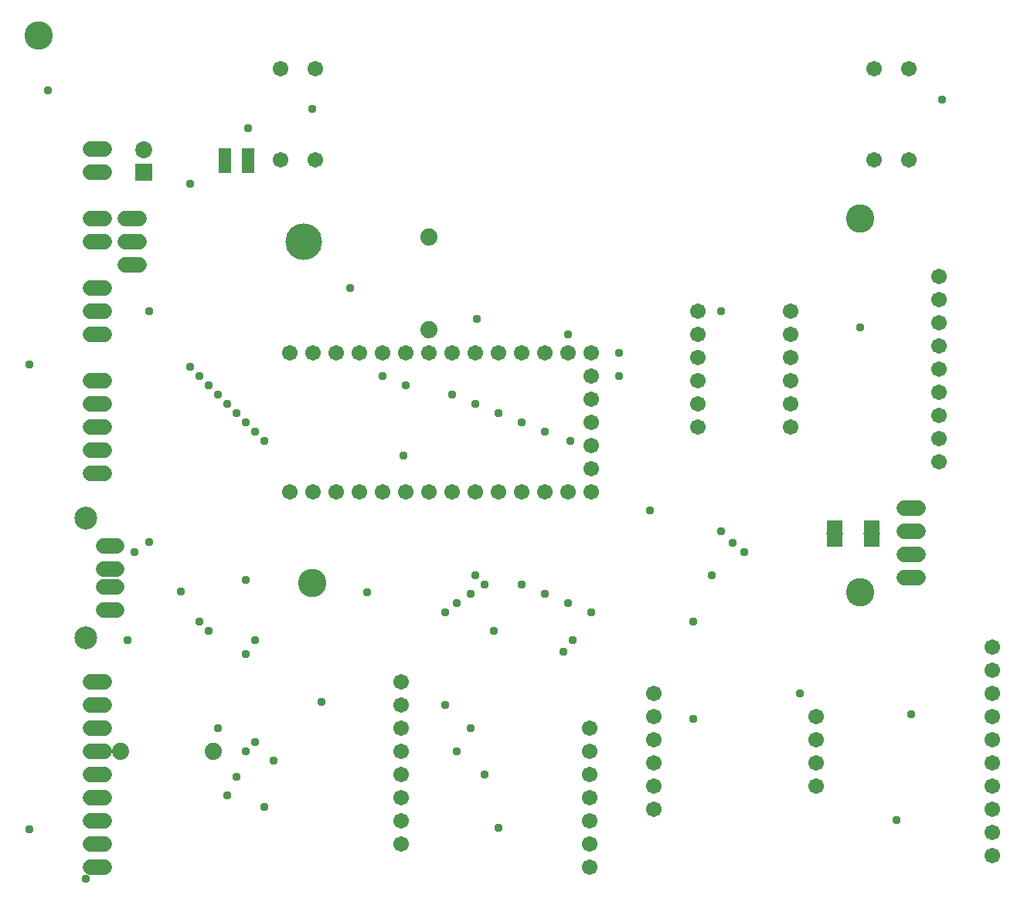
<source format=gbr>
G04 EAGLE Gerber RS-274X export*
G75*
%MOMM*%
%FSLAX34Y34*%
%LPD*%
%INSoldermask Top*%
%IPPOS*%
%AMOC8*
5,1,8,0,0,1.08239X$1,22.5*%
G01*
%ADD10C,3.103200*%
%ADD11C,1.711200*%
%ADD12C,1.727200*%
%ADD13R,1.854200X1.854200*%
%ADD14C,1.854200*%
%ADD15C,1.879600*%
%ADD16C,1.661200*%
%ADD17C,2.503200*%
%ADD18R,1.473200X2.743200*%
%ADD19C,4.013200*%
%ADD20R,1.803400X1.371600*%
%ADD21R,1.828800X0.152400*%
%ADD22C,0.959600*%


D10*
X50000Y950000D03*
X950000Y750000D03*
X350000Y350000D03*
X950000Y340000D03*
D11*
X353180Y913600D03*
X353180Y813600D03*
X1003180Y913600D03*
X1003180Y813600D03*
X315080Y913600D03*
X315080Y813600D03*
X965080Y913600D03*
X965080Y813600D03*
D12*
X121920Y800100D02*
X106680Y800100D01*
X106680Y825500D02*
X121920Y825500D01*
D13*
X165100Y800300D03*
D14*
X165100Y825300D03*
D12*
X121920Y723900D02*
X106680Y723900D01*
X106680Y749300D02*
X121920Y749300D01*
D15*
X477520Y627380D03*
X477520Y728980D03*
X139700Y165100D03*
X241300Y165100D03*
D11*
X901700Y203200D03*
X901700Y177800D03*
X901700Y152400D03*
X901700Y127000D03*
X723900Y228600D03*
X723900Y203200D03*
X723900Y177800D03*
X723900Y152400D03*
X723900Y127000D03*
X723900Y101600D03*
D16*
X135990Y365600D02*
X121410Y365600D01*
X121410Y345600D02*
X135990Y345600D01*
X135990Y390600D02*
X121410Y390600D01*
X121410Y320600D02*
X135990Y320600D01*
D17*
X101600Y421300D03*
X101600Y289900D03*
D12*
X998220Y431800D02*
X1013460Y431800D01*
X1013460Y406400D02*
X998220Y406400D01*
X998220Y381000D02*
X1013460Y381000D01*
X1013460Y355600D02*
X998220Y355600D01*
D18*
X254000Y812800D03*
X279400Y812800D03*
D12*
X121920Y469900D02*
X106680Y469900D01*
X106680Y495300D02*
X121920Y495300D01*
X121920Y520700D02*
X106680Y520700D01*
X106680Y546100D02*
X121920Y546100D01*
X121920Y571500D02*
X106680Y571500D01*
X106680Y622300D02*
X121920Y622300D01*
X121920Y647700D02*
X106680Y647700D01*
X106680Y673100D02*
X121920Y673100D01*
D11*
X1036320Y482600D03*
X1036320Y508000D03*
X1036320Y533400D03*
X1036320Y558800D03*
X1036320Y584200D03*
X1036320Y609600D03*
X1036320Y635000D03*
X1036320Y660400D03*
X1036320Y685800D03*
X447040Y63500D03*
X447040Y88900D03*
X447040Y114300D03*
X447040Y139700D03*
X447040Y165100D03*
X447040Y190500D03*
X447040Y215900D03*
X447040Y241300D03*
X1094740Y50800D03*
X1094740Y76200D03*
X1094740Y101600D03*
X1094740Y127000D03*
X1094740Y152400D03*
X1094740Y177800D03*
X1094740Y203200D03*
X1094740Y228600D03*
X1094740Y254000D03*
X1094740Y279400D03*
X653796Y38100D03*
X653796Y63500D03*
X653796Y88900D03*
X653796Y114300D03*
X653796Y139700D03*
X653796Y165100D03*
X653796Y190500D03*
D12*
X160020Y749300D02*
X144780Y749300D01*
X144780Y723900D02*
X160020Y723900D01*
X160020Y698500D02*
X144780Y698500D01*
D19*
X340360Y723900D03*
D11*
X772160Y647700D03*
X772160Y622300D03*
X772160Y596900D03*
X772160Y571500D03*
X772160Y546100D03*
X772160Y520700D03*
X873760Y520700D03*
X873760Y546100D03*
X873760Y571500D03*
X873760Y596900D03*
X873760Y622300D03*
X873760Y647700D03*
X325120Y601980D03*
X350520Y601980D03*
X375920Y601980D03*
X401320Y601980D03*
X426720Y601980D03*
X452120Y601980D03*
X477520Y601980D03*
X502920Y601980D03*
X528320Y601980D03*
X553720Y601980D03*
X579120Y601980D03*
X604520Y601980D03*
X629920Y601980D03*
X655320Y601980D03*
X655320Y576580D03*
X655320Y551180D03*
X655320Y525780D03*
X655320Y500380D03*
X655320Y474980D03*
X655320Y449580D03*
X629920Y449580D03*
X604520Y449580D03*
X579120Y449580D03*
X553720Y449580D03*
X528320Y449580D03*
X502920Y449580D03*
X477520Y449580D03*
X452120Y449580D03*
X426720Y449580D03*
X401320Y449580D03*
X375920Y449580D03*
X350520Y449580D03*
X325120Y449580D03*
D12*
X121920Y38100D02*
X106680Y38100D01*
X106680Y63500D02*
X121920Y63500D01*
X121920Y88900D02*
X106680Y88900D01*
X106680Y114300D02*
X121920Y114300D01*
X121920Y139700D02*
X106680Y139700D01*
X106680Y165100D02*
X121920Y165100D01*
X121920Y190500D02*
X106680Y190500D01*
X106680Y215900D02*
X121920Y215900D01*
X121920Y241300D02*
X106680Y241300D01*
D20*
X962660Y396240D03*
X962660Y411480D03*
D21*
X962660Y403860D03*
D20*
X922020Y396240D03*
X922020Y411480D03*
D21*
X922020Y403860D03*
D22*
X797560Y647700D03*
X101600Y25400D03*
X797560Y406400D03*
X391160Y673100D03*
X279400Y848360D03*
X629920Y622300D03*
X685800Y601980D03*
X604520Y515620D03*
X287020Y515620D03*
X287020Y287020D03*
X147320Y287020D03*
X635000Y287020D03*
X579120Y525780D03*
X276860Y525780D03*
X276860Y271780D03*
X624840Y274320D03*
X276860Y353060D03*
X629920Y327660D03*
X508000Y327660D03*
X508000Y165100D03*
X276860Y165100D03*
X604520Y337820D03*
X523240Y337820D03*
X523240Y190500D03*
X287020Y175260D03*
X579120Y347980D03*
X538480Y347980D03*
X538480Y139700D03*
X307340Y154940D03*
X685800Y576580D03*
X655320Y317500D03*
X495300Y317500D03*
X495300Y215900D03*
X632460Y505460D03*
X297180Y505460D03*
X297180Y104140D03*
X426720Y576580D03*
X226060Y576580D03*
X226060Y307340D03*
X767080Y200660D03*
X767080Y307340D03*
X452120Y566420D03*
X236220Y566420D03*
X236220Y297180D03*
X548640Y297180D03*
X553720Y81280D03*
X1005840Y205740D03*
X215900Y586740D03*
X205740Y340360D03*
X553720Y535940D03*
X266700Y535940D03*
X266700Y137160D03*
X528320Y546100D03*
X256540Y546100D03*
X256540Y116840D03*
X502920Y556260D03*
X246380Y556260D03*
X246380Y190500D03*
X787400Y358140D03*
X528320Y358140D03*
X154940Y383540D03*
X822960Y383540D03*
X883920Y228600D03*
X215900Y787400D03*
X810260Y393700D03*
X171450Y647700D03*
X171450Y394970D03*
X410000Y340000D03*
X360000Y220000D03*
X40000Y80000D03*
X990000Y90000D03*
X950000Y630000D03*
X1040000Y880000D03*
X350000Y870000D03*
X60000Y890000D03*
X450000Y490000D03*
X720000Y430000D03*
X40000Y590000D03*
X530000Y640000D03*
M02*

</source>
